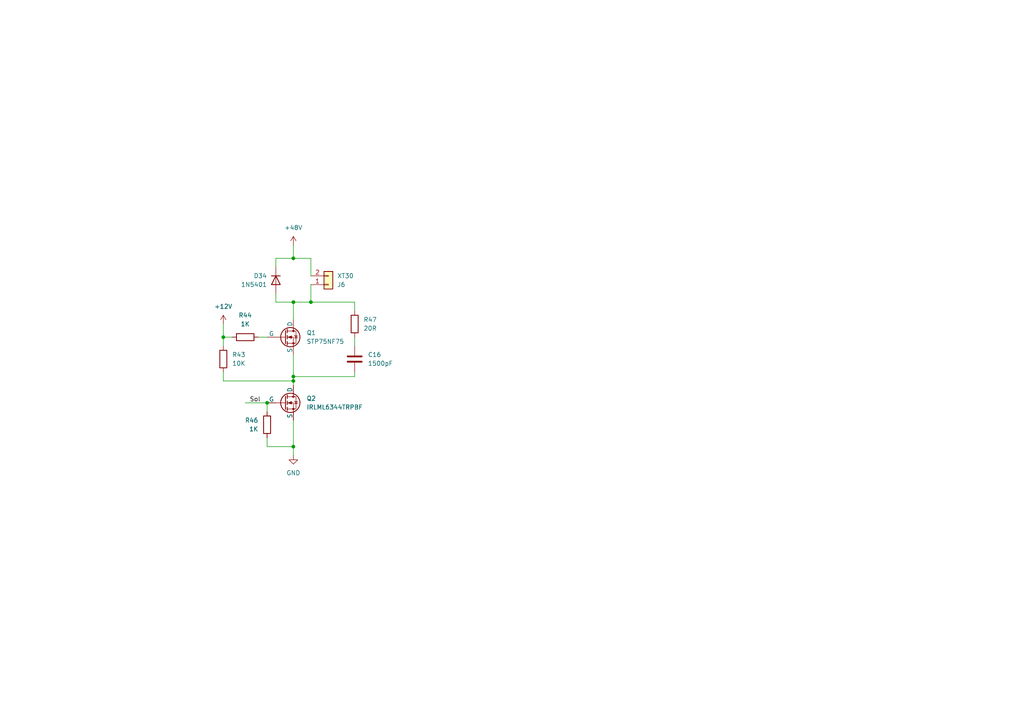
<source format=kicad_sch>
(kicad_sch (version 20231120) (generator "eeschema") (generator_version "8.0")
  (paper "A4")
  (lib_symbols
    (symbol "Connector_Generic:Conn_01x02" (pin_names (offset 1.016) hide)
      (property "Reference" "J" (at 0 2.54 0))
      (property "Value" "Conn_01x02" (at 0 -5.08 0))
      (symbol "Conn_01x02_1_1"
        (rectangle (start -1.27 -2.413) (end 0 -2.667) (stroke (width 0.1524)))
        (rectangle (start -1.27 0.127) (end 0 -0.127) (stroke (width 0.1524)))
        (rectangle (start -1.27 1.27) (end 1.27 -3.81) (stroke (width 0.254)) (fill (type background)))
        (pin passive line (at -5.08 0 0) (length 3.81) (name "Pin_1") (number "1"))
        (pin passive line (at -5.08 -2.54 0) (length 3.81) (name "Pin_2") (number "2"))
      )
    )
    (symbol "Device:C" (pin_numbers hide) (pin_names (offset 0.254))
      (property "Reference" "C" (at 0.635 2.54 0))
      (property "Value" "C" (at 0.635 -2.54 0))
      (symbol "C_0_1"
        (polyline (pts (xy -2.032 -0.762) (xy 2.032 -0.762)) (stroke (width 0.508)))
        (polyline (pts (xy -2.032 0.762) (xy 2.032 0.762)) (stroke (width 0.508)))
      )
      (symbol "C_1_1"
        (pin passive line (at 0 3.81 270) (length 2.794) (name "~") (number "1"))
        (pin passive line (at 0 -3.81 90) (length 2.794) (name "~") (number "2"))
      )
    )
    (symbol "Device:R" (pin_numbers hide) (pin_names (offset 0))
      (property "Reference" "R" (at 2.032 0 90))
      (property "Value" "R" (at 0 0 90))
      (symbol "R_0_1"
        (rectangle (start -1.016 -2.54) (end 1.016 2.54) (stroke (width 0.254)))
      )
      (symbol "R_1_1"
        (pin passive line (at 0 3.81 270) (length 1.27) (name "~") (number "1"))
        (pin passive line (at 0 -3.81 90) (length 1.27) (name "~") (number "2"))
      )
    )
    (symbol "Diode:1N5401" (pin_numbers hide) (pin_names hide)
      (property "Reference" "D" (at 0 2.54 0))
      (property "Value" "1N5401" (at 0 -2.54 0))
      (symbol "1N5401_0_1"
        (polyline (pts (xy -1.27 1.27) (xy -1.27 -1.27)) (stroke (width 0.254)))
        (polyline (pts (xy 1.27 0) (xy -1.27 0)))
        (polyline (pts (xy 1.27 1.27) (xy 1.27 -1.27) (xy -1.27 0) (xy 1.27 1.27)) (stroke (width 0.254)))
      )
      (symbol "1N5401_1_1"
        (pin passive line (at -3.81 0 0) (length 2.54) (name "K") (number "1"))
        (pin passive line (at 3.81 0 180) (length 2.54) (name "A") (number "2"))
      )
    )
    (symbol "power:+12V" (power) (pin_names (offset 0))
      (property "Value" "+12V" (at 0 3.556 0))
      (symbol "+12V_0_1"
        (polyline (pts (xy -0.762 1.27) (xy 0 2.54)))
        (polyline (pts (xy 0 0) (xy 0 2.54)))
        (polyline (pts (xy 0 2.54) (xy 0.762 1.27)))
      )
      (symbol "+12V_1_1"
        (pin power_in line (at 0 0 90) (length 0) hide (name "+12V") (number "1"))
      )
    )
    (symbol "power:+48V" (power) (pin_names (offset 0))
      (property "Value" "+48V" (at 0 3.556 0))
      (symbol "+48V_0_1"
        (polyline (pts (xy -0.762 1.27) (xy 0 2.54)))
        (polyline (pts (xy 0 0) (xy 0 2.54)))
        (polyline (pts (xy 0 2.54) (xy 0.762 1.27)))
      )
      (symbol "+48V_1_1"
        (pin power_in line (at 0 0 90) (length 0) hide (name "+48V") (number "1"))
      )
    )
    (symbol "power:GND" (power) (pin_numbers hide) (pin_names (offset 0) hide)
      (property "Value" "GND" (at 0 -3.81 0))
      (symbol "GND_0_1"
        (polyline (pts (xy 0 0) (xy 0 -1.27) (xy 1.27 -1.27) (xy 0 -2.54) (xy -1.27 -1.27) (xy 0 -1.27)))
      )
      (symbol "GND_1_1"
        (pin power_in line (at 0 0 270) (length 0) (name "~") (number "1"))
      )
    )
    (symbol "vincent:IPD050N10N5ATMA1" (pin_numbers hide) (pin_names (offset 0))
      (property "Reference" "Q" (at 11.43 3.81 0))
      (property "Value" "IPD050N10N5ATMA1" (at 11.43 1.27 0))
      (symbol "IPD050N10N5ATMA1_0_1"
        (polyline (pts (xy 5.334 0) (xy 2.54 0)))
        (polyline (pts (xy 5.334 1.905) (xy 5.334 -1.905)) (stroke (width 0.254)))
        (polyline (pts (xy 5.842 -1.27) (xy 5.842 -2.286)) (stroke (width 0.254)))
        (polyline (pts (xy 5.842 0.508) (xy 5.842 -0.508)) (stroke (width 0.254)))
        (polyline (pts (xy 5.842 2.286) (xy 5.842 1.27)) (stroke (width 0.254)))
        (polyline (pts (xy 7.62 2.54) (xy 7.62 1.778)))
        (polyline (pts (xy 7.62 -2.54) (xy 7.62 0) (xy 5.842 0)))
        (polyline (pts (xy 5.842 -1.778) (xy 8.382 -1.778) (xy 8.382 1.778) (xy 5.842 1.778)))
        (polyline (pts (xy 6.096 0) (xy 7.112 0.381) (xy 7.112 -0.381) (xy 6.096 0)) (fill (type outline)))
        (polyline (pts (xy 7.874 0.508) (xy 8.001 0.381) (xy 8.763 0.381) (xy 8.89 0.254)))
        (polyline (pts (xy 8.382 0.381) (xy 8.001 -0.254) (xy 8.763 -0.254) (xy 8.382 0.381)))
        (circle (center 6.731 0) (radius 2.794) (stroke (width 0.254)))
        (circle (center 7.62 -1.778) (radius 0.254) (fill (type outline)))
        (circle (center 7.62 1.778) (radius 0.254) (fill (type outline)))
      )
      (symbol "IPD050N10N5ATMA1_1_1"
        (pin input line (at 0 0 0) (length 2.54) (name "G") (number "1"))
        (pin passive line (at 7.62 5.08 270) (length 2.54) (name "D") (number "2"))
        (pin passive line (at 7.62 -5.08 90) (length 2.54) (name "S") (number "3"))
      )
    )
    (symbol "vincent:IRLML6344TRPBF" (pin_numbers hide) (pin_names (offset 0))
      (property "Reference" "Q" (at 11.43 -2.54 0))
      (property "Value" "IRLML6344TRPBF" (at 11.43 -5.08 0))
      (symbol "IRLML6344TRPBF_0_1"
        (polyline (pts (xy 5.334 -5.08) (xy 2.54 -5.08)))
        (polyline (pts (xy 5.334 -3.175) (xy 5.334 -6.985)) (stroke (width 0.254)))
        (polyline (pts (xy 5.842 -6.35) (xy 5.842 -7.366)) (stroke (width 0.254)))
        (polyline (pts (xy 5.842 -4.572) (xy 5.842 -5.588)) (stroke (width 0.254)))
        (polyline (pts (xy 5.842 -2.794) (xy 5.842 -3.81)) (stroke (width 0.254)))
        (polyline (pts (xy 7.62 -2.54) (xy 7.62 -3.302)))
        (polyline (pts (xy 7.62 -7.62) (xy 7.62 -5.08) (xy 5.842 -5.08)))
        (polyline (pts (xy 5.842 -6.858) (xy 8.382 -6.858) (xy 8.382 -3.302) (xy 5.842 -3.302)))
        (polyline (pts (xy 6.096 -5.08) (xy 7.112 -4.699) (xy 7.112 -5.461) (xy 6.096 -5.08)) (fill (type outline)))
        (polyline (pts (xy 7.874 -4.572) (xy 8.001 -4.699) (xy 8.763 -4.699) (xy 8.89 -4.826)))
        (polyline (pts (xy 8.382 -4.699) (xy 8.001 -5.334) (xy 8.763 -5.334) (xy 8.382 -4.699)))
        (circle (center 6.731 -5.08) (radius 2.794) (stroke (width 0.254)))
        (circle (center 7.62 -6.858) (radius 0.254) (fill (type outline)))
        (circle (center 7.62 -3.302) (radius 0.254) (fill (type outline)))
      )
      (symbol "IRLML6344TRPBF_1_1"
        (pin input line (at 0 -5.08 0) (length 2.54) (name "G") (number "1"))
        (pin passive line (at 7.62 -10.16 90) (length 2.54) (name "S") (number "2"))
        (pin passive line (at 7.62 0 270) (length 2.54) (name "D") (number "3"))
      )
    )
  )
  (junction (at 85.09 87.63))
  (junction (at 85.09 74.93))
  (junction (at 64.77 97.79))
  (junction (at 85.09 109.22))
  (junction (at 90.17 87.63))
  (junction (at 85.09 110.49))
  (junction (at 77.47 116.84))
  (junction (at 85.09 129.54))
  (wire (pts (xy 77.47 129.54) (xy 85.09 129.54)))
  (wire (pts (xy 77.47 129.54) (xy 77.47 127)))
  (wire (pts (xy 85.09 87.63) (xy 80.01 87.63)))
  (wire (pts (xy 102.87 107.95) (xy 102.87 109.22)))
  (wire (pts (xy 64.77 97.79) (xy 67.31 97.79)))
  (wire (pts (xy 85.09 121.92) (xy 85.09 129.54)))
  (wire (pts (xy 64.77 110.49) (xy 85.09 110.49)))
  (wire (pts (xy 85.09 102.87) (xy 85.09 109.22)))
  (wire (pts (xy 85.09 109.22) (xy 102.87 109.22)))
  (wire (pts (xy 102.87 87.63) (xy 102.87 90.17)))
  (wire (pts (xy 64.77 93.98) (xy 64.77 97.79)))
  (wire (pts (xy 85.09 74.93) (xy 90.17 74.93)))
  (wire (pts (xy 85.09 111.76) (xy 85.09 110.49)))
  (wire (pts (xy 85.09 110.49) (xy 85.09 109.22)))
  (wire (pts (xy 90.17 87.63) (xy 102.87 87.63)))
  (wire (pts (xy 102.87 97.79) (xy 102.87 100.33)))
  (wire (pts (xy 80.01 74.93) (xy 80.01 77.47)))
  (wire (pts (xy 64.77 97.79) (xy 64.77 100.33)))
  (wire (pts (xy 90.17 82.55) (xy 90.17 87.63)))
  (wire (pts (xy 77.47 119.38) (xy 77.47 116.84)))
  (wire (pts (xy 85.09 87.63) (xy 90.17 87.63)))
  (wire (pts (xy 85.09 87.63) (xy 85.09 92.71)))
  (wire (pts (xy 85.09 132.08) (xy 85.09 129.54)))
  (wire (pts (xy 85.09 71.12) (xy 85.09 74.93)))
  (wire (pts (xy 80.01 87.63) (xy 80.01 85.09)))
  (wire (pts (xy 90.17 80.01) (xy 90.17 74.93)))
  (wire (pts (xy 80.01 74.93) (xy 85.09 74.93)))
  (wire (pts (xy 64.77 107.95) (xy 64.77 110.49)))
  (wire (pts (xy 74.93 97.79) (xy 77.47 97.79)))
  (wire (pts (xy 71.12 116.84) (xy 77.47 116.84)))
  (label "Sol" (at 72.39 116.84 0))
  (symbol (lib_id "Device:R") (at 77.47 123.19 0) (unit 1)
    (property "Reference" "R46" (at 74.93 121.9199 0) (effects (justify right)))
    (property "Value" "1K" (at 74.93 124.4599 0) (effects (justify right)))
    (property "Footprint" "2025:res0603" (effects (hide yes)))
    (property "LCSC" "C21190" (effects (hide yes)))
  )
  (symbol (lib_id "power:GND") (at 85.09 132.08 0) (unit 1)
    (property "Reference" "#PWR048" (effects (hide yes)))
    (property "Value" "GND" (at 85.09 137.16 0))
  )
  (symbol (lib_id "Device:R") (at 71.12 97.79 90) (unit 1)
    (property "Reference" "R44" (at 71.12 91.44 90))
    (property "Value" "1K" (at 71.12 93.98 90))
    (property "Footprint" "2025:res0603" (effects (hide yes)))
    (property "LCSC" "C21190" (effects (hide yes)))
  )
  (symbol (lib_id "Device:C") (at 102.87 104.14 0) (unit 1)
    (property "Reference" "C16" (at 106.68 102.87 0) (effects (justify left)))
    (property "Value" "1500pF" (at 106.68 105.41 0) (effects (justify left)))
    (property "Footprint" "2025:cap0603" (effects (hide yes)))
    (property "LCSC" "C107060" (effects (hide yes)))
  )
  (symbol (lib_id "Diode:1N5401") (at 80.01 81.28 90) (mirror x) (unit 1)
    (property "Reference" "D34" (at 77.47 80.01 90) (effects (justify left)))
    (property "Value" "1N5401" (at 77.47 82.55 90) (effects (justify left)))
    (property "Footprint" "Diode_THT:D_DO-201AD_P15.24mm_Horizontal" (effects (hide yes)))
    (property "Datasheet" "http://www.vishay.com/docs/88516/1n5400.pdf" (effects (hide yes)))
    (property "LCSC" "C179506" (effects (hide yes)))
    (property "Sim.Device" "D" (effects (hide yes)))
    (property "Sim.Pins" "1=K 2=A" (effects (hide yes)))
  )
  (symbol (lib_id "power:+12V") (at 64.77 93.98 0) (unit 1)
    (property "Reference" "#PWR039" (effects (hide yes)))
    (property "Value" "+12V" (at 64.77 88.9 0))
  )
  (symbol (lib_id "Connector_Generic:Conn_01x02") (at 95.25 82.55 0) (mirror x) (unit 1)
    (property "Reference" "J6" (at 97.79 82.5501 0) (effects (justify left)))
    (property "Value" "XT30" (at 97.79 80.0101 0) (effects (justify left)))
    (property "Footprint" "2025:AMASS_XT30-F" (effects (hide yes)))
    (property "LCSC" "C108769" (effects (hide yes)))
  )
  (symbol (lib_id "Device:R") (at 64.77 104.14 0) (unit 1)
    (property "Reference" "R43" (at 67.31 102.87 0) (effects (justify left)))
    (property "Value" "10K" (at 67.31 105.41 0) (effects (justify left)))
    (property "Footprint" "2025:res0603" (effects (hide yes)))
    (property "LCSC" "C25804" (effects (hide yes)))
  )
  (symbol (lib_id "power:+48V") (at 85.09 71.12 0) (unit 1)
    (property "Reference" "#PWR041" (effects (hide yes)))
    (property "Value" "+48V" (at 85.09 66.04 0))
  )
  (symbol (lib_id "Device:R") (at 102.87 93.98 0) (mirror y) (unit 1)
    (property "Reference" "R47" (at 105.41 92.71 0) (effects (justify right)))
    (property "Value" "20R" (at 105.41 95.25 0) (effects (justify right)))
    (property "Footprint" "2025:res0603" (effects (hide yes)))
    (property "LCSC" "C22950" (effects (hide yes)))
  )
  (symbol (lib_id "vincent:IRLML6344TRPBF") (at 77.47 111.76 0) (unit 1)
    (property "Reference" "Q2" (at 88.9 115.5699 0) (effects (justify left)))
    (property "Value" "IRLML6344TRPBF" (at 88.9 118.1099 0) (effects (justify left)))
    (property "Footprint" "2025:SOT95P237X112-3N" (effects (hide yes)))
    (property "Datasheet" "https://www.infineon.com/dgdl/irlml6344pbf.pdf?fileId=5546d462533600a4015356689c44262c" (effects (hide yes)))
    (property "Height" "1.12" (effects (hide yes)))
    (property "Mouser Part Number" "942-IRLML6344TRPBF" (effects (hide yes)))
    (property "Mouser Price/Stock" "https://www.mouser.co.uk/ProductDetail/Infineon-Technologies/IRLML6344TRPBF?qs=9%252BKlkBgLFf2w4qS48UOXVw%3D%3D" (effects (hide yes)))
    (property "Manufacturer_Name" "Infineon" (effects (hide yes)))
    (property "Manufacturer_Part_Number" "IRLML6344TRPBF" (effects (hide yes)))
  )
  (symbol (lib_id "vincent:IPD050N10N5ATMA1") (at 77.47 97.79 0) (unit 1)
    (property "Reference" "Q1" (at 88.9 96.5199 0) (effects (justify left)))
    (property "Value" "STP75NF75" (at 88.9 99.0599 0) (effects (justify left)))
    (property "Footprint" "2025:TO-220-3_Vertical" (effects (hide yes)))
    (property "Datasheet" "https://www.infineon.com/dgdl/Infineon-IPD050N10N5-DS-v02_01-EN.pdf?fileId=5546d4625b3ca4ec015b615bb7536713" (effects (hide yes)))
    (property "LCSC" "C13678" (effects (hide yes)))
    (property "Mouser Part Number" "726-IPD050N10N5ATMA1" (effects (hide yes)))
    (property "Manufacturer_Name" "Infineon" (effects (hide yes)))
    (property "Manufacturer_Part_Number" "IPD050N10N5ATMA1" (effects (hide yes)))
    (property "Height" "2.41" (effects (hide yes)))
    (property "Mouser Price/Stock" "https://www.mouser.co.uk/ProductDetail/Infineon-Technologies/IPD050N10N5ATMA1?qs=u4fy%2FsgLU9Pgz4QwaVUqjg%3D%3D" (effects (hide yes)))
  )
)
</source>
